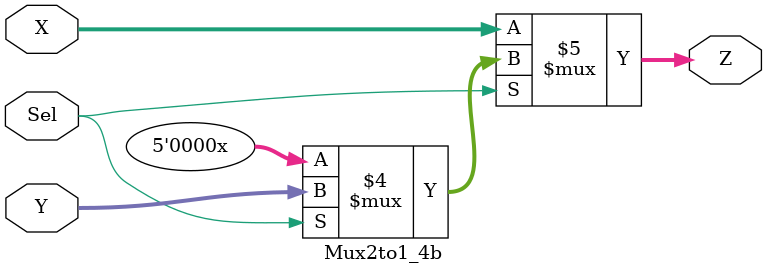
<source format=sv>
module Mux2to1_4b ( 
  input 	[4:0] X, Y,
  input 	Sel,
  output	[4:0] Z
);

assign Z = (Sel == 1'b0 ) ? X :
           (Sel == 1'b1 ) ? Y :
           1'bX;

endmodule
</source>
